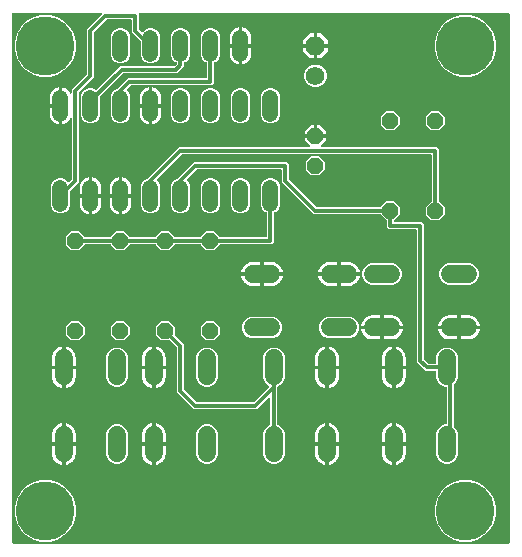
<source format=gbr>
G04 EAGLE Gerber RS-274X export*
G75*
%MOMM*%
%FSLAX34Y34*%
%LPD*%
%INBottom Copper*%
%IPPOS*%
%AMOC8*
5,1,8,0,0,1.08239X$1,22.5*%
G01*
%ADD10P,1.429621X8X112.500000*%
%ADD11P,1.704548X8X112.500000*%
%ADD12C,1.574800*%
%ADD13C,1.320800*%
%ADD14C,1.524000*%
%ADD15C,5.000000*%
%ADD16C,0.304800*%

G36*
X430298Y-27936D02*
X430298Y-27936D01*
X430317Y-27938D01*
X430419Y-27916D01*
X430521Y-27900D01*
X430538Y-27890D01*
X430558Y-27886D01*
X430647Y-27833D01*
X430738Y-27784D01*
X430752Y-27770D01*
X430769Y-27760D01*
X430836Y-27681D01*
X430908Y-27606D01*
X430916Y-27588D01*
X430929Y-27573D01*
X430968Y-27477D01*
X431011Y-27383D01*
X431013Y-27363D01*
X431021Y-27345D01*
X431039Y-27178D01*
X431039Y420778D01*
X431036Y420798D01*
X431038Y420817D01*
X431016Y420919D01*
X431000Y421021D01*
X430990Y421038D01*
X430986Y421058D01*
X430933Y421147D01*
X430884Y421238D01*
X430870Y421252D01*
X430860Y421269D01*
X430781Y421336D01*
X430706Y421408D01*
X430688Y421416D01*
X430673Y421429D01*
X430577Y421468D01*
X430483Y421511D01*
X430463Y421513D01*
X430445Y421521D01*
X430278Y421539D01*
X118010Y421539D01*
X117939Y421528D01*
X117868Y421526D01*
X117819Y421508D01*
X117767Y421500D01*
X117704Y421466D01*
X117637Y421441D01*
X117596Y421409D01*
X117550Y421384D01*
X117501Y421332D01*
X117445Y421288D01*
X117416Y421244D01*
X117381Y421206D01*
X117350Y421141D01*
X117312Y421081D01*
X117299Y421030D01*
X117277Y420983D01*
X117269Y420912D01*
X117252Y420842D01*
X117256Y420790D01*
X117250Y420739D01*
X117265Y420669D01*
X117271Y420597D01*
X117291Y420549D01*
X117302Y420498D01*
X117339Y420437D01*
X117349Y420414D01*
X117349Y407978D01*
X117363Y407888D01*
X117371Y407797D01*
X117383Y407767D01*
X117388Y407735D01*
X117431Y407655D01*
X117467Y407571D01*
X117493Y407539D01*
X117504Y407518D01*
X117527Y407496D01*
X117572Y407440D01*
X119568Y405444D01*
X119584Y405432D01*
X119596Y405417D01*
X119684Y405361D01*
X119767Y405300D01*
X119786Y405295D01*
X119803Y405284D01*
X119904Y405258D01*
X120002Y405228D01*
X120022Y405229D01*
X120042Y405224D01*
X120145Y405232D01*
X120248Y405234D01*
X120267Y405241D01*
X120287Y405243D01*
X120382Y405283D01*
X120479Y405319D01*
X120495Y405331D01*
X120513Y405339D01*
X120644Y405444D01*
X122395Y407195D01*
X125383Y408433D01*
X128617Y408433D01*
X131605Y407195D01*
X133891Y404909D01*
X135129Y401921D01*
X135129Y385479D01*
X133891Y382491D01*
X131605Y380205D01*
X128617Y378967D01*
X125383Y378967D01*
X122395Y380205D01*
X120109Y382491D01*
X118871Y385479D01*
X118871Y397202D01*
X118857Y397292D01*
X118849Y397383D01*
X118837Y397413D01*
X118832Y397445D01*
X118789Y397525D01*
X118753Y397609D01*
X118727Y397641D01*
X118716Y397662D01*
X118693Y397684D01*
X118648Y397740D01*
X111251Y405137D01*
X111251Y415290D01*
X111248Y415310D01*
X111250Y415329D01*
X111228Y415431D01*
X111212Y415533D01*
X111202Y415550D01*
X111198Y415570D01*
X111145Y415659D01*
X111096Y415750D01*
X111082Y415764D01*
X111072Y415781D01*
X110993Y415848D01*
X110918Y415920D01*
X110900Y415928D01*
X110885Y415941D01*
X110789Y415980D01*
X110695Y416023D01*
X110675Y416025D01*
X110657Y416033D01*
X110490Y416051D01*
X90478Y416051D01*
X90388Y416037D01*
X90297Y416029D01*
X90267Y416017D01*
X90235Y416012D01*
X90155Y415969D01*
X90071Y415933D01*
X90039Y415907D01*
X90018Y415896D01*
X89996Y415873D01*
X89940Y415828D01*
X79472Y405360D01*
X79419Y405286D01*
X79359Y405217D01*
X79347Y405187D01*
X79328Y405160D01*
X79301Y405073D01*
X79267Y404989D01*
X79263Y404948D01*
X79256Y404925D01*
X79257Y404893D01*
X79249Y404822D01*
X79249Y367037D01*
X66772Y354560D01*
X66719Y354486D01*
X66659Y354417D01*
X66647Y354387D01*
X66628Y354360D01*
X66601Y354273D01*
X66567Y354189D01*
X66563Y354148D01*
X66556Y354125D01*
X66557Y354093D01*
X66549Y354022D01*
X66549Y278137D01*
X64540Y276128D01*
X59152Y270740D01*
X59099Y270666D01*
X59039Y270597D01*
X59027Y270567D01*
X59008Y270540D01*
X58981Y270453D01*
X58947Y270369D01*
X58943Y270328D01*
X58936Y270305D01*
X58937Y270273D01*
X58929Y270202D01*
X58929Y258479D01*
X57691Y255491D01*
X55405Y253205D01*
X52417Y251967D01*
X49183Y251967D01*
X46195Y253205D01*
X43909Y255491D01*
X42671Y258479D01*
X42671Y274921D01*
X43909Y277909D01*
X46195Y280195D01*
X49183Y281433D01*
X52417Y281433D01*
X55405Y280195D01*
X57156Y278444D01*
X57172Y278432D01*
X57184Y278417D01*
X57272Y278361D01*
X57356Y278300D01*
X57375Y278295D01*
X57391Y278284D01*
X57492Y278258D01*
X57591Y278228D01*
X57611Y278229D01*
X57630Y278224D01*
X57733Y278232D01*
X57837Y278234D01*
X57855Y278241D01*
X57875Y278243D01*
X57970Y278283D01*
X58068Y278319D01*
X58083Y278331D01*
X58101Y278339D01*
X58232Y278444D01*
X60228Y280440D01*
X60281Y280514D01*
X60341Y280583D01*
X60353Y280613D01*
X60372Y280640D01*
X60399Y280727D01*
X60433Y280811D01*
X60437Y280852D01*
X60444Y280875D01*
X60443Y280907D01*
X60451Y280978D01*
X60451Y331873D01*
X60436Y331969D01*
X60426Y332066D01*
X60416Y332090D01*
X60412Y332116D01*
X60366Y332202D01*
X60326Y332291D01*
X60309Y332310D01*
X60296Y332333D01*
X60226Y332400D01*
X60160Y332472D01*
X60137Y332484D01*
X60118Y332502D01*
X60030Y332543D01*
X59944Y332590D01*
X59919Y332595D01*
X59895Y332606D01*
X59798Y332617D01*
X59702Y332634D01*
X59676Y332630D01*
X59651Y332633D01*
X59555Y332612D01*
X59459Y332598D01*
X59436Y332586D01*
X59410Y332581D01*
X59327Y332531D01*
X59240Y332487D01*
X59221Y332468D01*
X59199Y332455D01*
X59136Y332381D01*
X59068Y332311D01*
X59052Y332283D01*
X59039Y332268D01*
X59027Y332237D01*
X58987Y332164D01*
X58904Y331964D01*
X57903Y330466D01*
X56630Y329193D01*
X55132Y328192D01*
X53467Y327503D01*
X52323Y327275D01*
X52323Y342138D01*
X52320Y342158D01*
X52322Y342177D01*
X52300Y342279D01*
X52283Y342381D01*
X52274Y342398D01*
X52270Y342418D01*
X52217Y342507D01*
X52168Y342598D01*
X52154Y342612D01*
X52144Y342629D01*
X52065Y342696D01*
X51990Y342767D01*
X51972Y342776D01*
X51957Y342789D01*
X51861Y342827D01*
X51767Y342871D01*
X51747Y342873D01*
X51729Y342881D01*
X51562Y342899D01*
X50799Y342899D01*
X50799Y342901D01*
X51562Y342901D01*
X51582Y342904D01*
X51601Y342902D01*
X51703Y342924D01*
X51805Y342941D01*
X51822Y342950D01*
X51842Y342954D01*
X51931Y343007D01*
X52022Y343056D01*
X52036Y343070D01*
X52053Y343080D01*
X52120Y343159D01*
X52191Y343234D01*
X52200Y343252D01*
X52213Y343267D01*
X52252Y343363D01*
X52295Y343457D01*
X52297Y343477D01*
X52305Y343495D01*
X52323Y343662D01*
X52323Y358525D01*
X53467Y358297D01*
X55132Y357608D01*
X56630Y356607D01*
X57903Y355334D01*
X58904Y353836D01*
X58987Y353636D01*
X59038Y353553D01*
X59084Y353467D01*
X59102Y353449D01*
X59116Y353427D01*
X59191Y353365D01*
X59262Y353298D01*
X59286Y353287D01*
X59306Y353270D01*
X59397Y353235D01*
X59485Y353194D01*
X59511Y353191D01*
X59535Y353182D01*
X59633Y353178D01*
X59729Y353167D01*
X59755Y353172D01*
X59781Y353171D01*
X59875Y353199D01*
X59970Y353219D01*
X59992Y353233D01*
X60017Y353240D01*
X60097Y353295D01*
X60181Y353345D01*
X60198Y353365D01*
X60219Y353380D01*
X60278Y353458D01*
X60341Y353532D01*
X60351Y353557D01*
X60366Y353578D01*
X60396Y353670D01*
X60433Y353760D01*
X60436Y353793D01*
X60442Y353811D01*
X60442Y353844D01*
X60451Y353927D01*
X60451Y356863D01*
X72928Y369340D01*
X72981Y369414D01*
X73041Y369483D01*
X73053Y369513D01*
X73072Y369540D01*
X73099Y369627D01*
X73133Y369711D01*
X73137Y369752D01*
X73144Y369775D01*
X73143Y369807D01*
X73151Y369878D01*
X73151Y407663D01*
X75160Y409672D01*
X85728Y420240D01*
X85770Y420298D01*
X85819Y420350D01*
X85841Y420397D01*
X85872Y420439D01*
X85893Y420508D01*
X85923Y420573D01*
X85929Y420625D01*
X85944Y420675D01*
X85942Y420746D01*
X85950Y420817D01*
X85939Y420868D01*
X85938Y420920D01*
X85913Y420988D01*
X85898Y421058D01*
X85871Y421103D01*
X85853Y421151D01*
X85808Y421207D01*
X85772Y421269D01*
X85732Y421303D01*
X85700Y421343D01*
X85639Y421382D01*
X85585Y421429D01*
X85536Y421448D01*
X85493Y421476D01*
X85423Y421494D01*
X85357Y421521D01*
X85285Y421529D01*
X85254Y421537D01*
X85231Y421535D01*
X85190Y421539D01*
X10922Y421539D01*
X10902Y421536D01*
X10883Y421538D01*
X10781Y421516D01*
X10679Y421500D01*
X10662Y421490D01*
X10642Y421486D01*
X10553Y421433D01*
X10462Y421384D01*
X10448Y421370D01*
X10431Y421360D01*
X10364Y421281D01*
X10292Y421206D01*
X10284Y421188D01*
X10271Y421173D01*
X10232Y421077D01*
X10189Y420983D01*
X10187Y420963D01*
X10179Y420945D01*
X10161Y420778D01*
X10161Y-27178D01*
X10164Y-27198D01*
X10162Y-27217D01*
X10184Y-27319D01*
X10200Y-27421D01*
X10210Y-27438D01*
X10214Y-27458D01*
X10267Y-27547D01*
X10316Y-27638D01*
X10330Y-27652D01*
X10340Y-27669D01*
X10419Y-27736D01*
X10494Y-27808D01*
X10512Y-27816D01*
X10527Y-27829D01*
X10623Y-27868D01*
X10717Y-27911D01*
X10737Y-27913D01*
X10755Y-27921D01*
X10922Y-27939D01*
X430278Y-27939D01*
X430298Y-27936D01*
G37*
%LPC*%
G36*
X376387Y39623D02*
X376387Y39623D01*
X373026Y41015D01*
X370453Y43588D01*
X369061Y46949D01*
X369061Y65827D01*
X370453Y69188D01*
X373026Y71761D01*
X376387Y73153D01*
X377190Y73153D01*
X377210Y73156D01*
X377229Y73154D01*
X377331Y73176D01*
X377433Y73192D01*
X377450Y73202D01*
X377470Y73206D01*
X377559Y73259D01*
X377650Y73308D01*
X377664Y73322D01*
X377681Y73332D01*
X377748Y73411D01*
X377820Y73486D01*
X377828Y73504D01*
X377841Y73519D01*
X377880Y73615D01*
X377923Y73709D01*
X377925Y73729D01*
X377933Y73747D01*
X377951Y73914D01*
X377951Y103886D01*
X377948Y103906D01*
X377950Y103925D01*
X377928Y104027D01*
X377912Y104129D01*
X377902Y104146D01*
X377898Y104166D01*
X377845Y104255D01*
X377796Y104346D01*
X377782Y104360D01*
X377772Y104377D01*
X377693Y104444D01*
X377618Y104516D01*
X377600Y104524D01*
X377585Y104537D01*
X377489Y104576D01*
X377395Y104619D01*
X377375Y104621D01*
X377357Y104629D01*
X377190Y104647D01*
X376387Y104647D01*
X373026Y106039D01*
X370453Y108612D01*
X369061Y111973D01*
X369061Y117602D01*
X369058Y117622D01*
X369060Y117641D01*
X369038Y117743D01*
X369022Y117845D01*
X369012Y117862D01*
X369008Y117882D01*
X368955Y117971D01*
X368906Y118062D01*
X368892Y118076D01*
X368882Y118093D01*
X368803Y118160D01*
X368728Y118232D01*
X368710Y118240D01*
X368695Y118253D01*
X368599Y118292D01*
X368505Y118335D01*
X368485Y118337D01*
X368467Y118345D01*
X368300Y118363D01*
X359925Y118363D01*
X352551Y125737D01*
X352551Y237490D01*
X352548Y237510D01*
X352550Y237529D01*
X352528Y237631D01*
X352512Y237733D01*
X352502Y237750D01*
X352498Y237770D01*
X352445Y237859D01*
X352396Y237950D01*
X352382Y237964D01*
X352372Y237981D01*
X352293Y238048D01*
X352218Y238120D01*
X352200Y238128D01*
X352185Y238141D01*
X352089Y238180D01*
X351995Y238223D01*
X351975Y238225D01*
X351957Y238233D01*
X351790Y238251D01*
X328937Y238251D01*
X327151Y240037D01*
X327151Y245238D01*
X327137Y245328D01*
X327129Y245419D01*
X327117Y245448D01*
X327112Y245480D01*
X327069Y245561D01*
X327033Y245645D01*
X327007Y245677D01*
X326996Y245698D01*
X326973Y245720D01*
X326928Y245776D01*
X321976Y250728D01*
X321902Y250781D01*
X321833Y250841D01*
X321802Y250853D01*
X321776Y250872D01*
X321689Y250899D01*
X321604Y250933D01*
X321563Y250937D01*
X321541Y250944D01*
X321509Y250943D01*
X321438Y250951D01*
X265437Y250951D01*
X238251Y278137D01*
X238251Y288290D01*
X238248Y288310D01*
X238250Y288329D01*
X238228Y288431D01*
X238212Y288533D01*
X238202Y288550D01*
X238198Y288570D01*
X238145Y288659D01*
X238096Y288750D01*
X238082Y288764D01*
X238072Y288781D01*
X237993Y288848D01*
X237918Y288920D01*
X237900Y288928D01*
X237885Y288941D01*
X237789Y288980D01*
X237695Y289023D01*
X237675Y289025D01*
X237657Y289033D01*
X237490Y289051D01*
X166678Y289051D01*
X166588Y289037D01*
X166497Y289029D01*
X166467Y289017D01*
X166435Y289012D01*
X166355Y288969D01*
X166271Y288933D01*
X166239Y288907D01*
X166218Y288896D01*
X166196Y288873D01*
X166140Y288828D01*
X157794Y280482D01*
X157782Y280466D01*
X157767Y280454D01*
X157711Y280366D01*
X157650Y280283D01*
X157645Y280264D01*
X157634Y280247D01*
X157608Y280146D01*
X157578Y280048D01*
X157579Y280028D01*
X157574Y280008D01*
X157582Y279905D01*
X157584Y279802D01*
X157591Y279783D01*
X157593Y279763D01*
X157633Y279668D01*
X157669Y279571D01*
X157681Y279555D01*
X157689Y279537D01*
X157794Y279406D01*
X159291Y277909D01*
X160529Y274921D01*
X160529Y258479D01*
X159291Y255491D01*
X157005Y253205D01*
X154017Y251967D01*
X150783Y251967D01*
X147795Y253205D01*
X145509Y255491D01*
X144271Y258479D01*
X144271Y274921D01*
X145509Y277909D01*
X147795Y280195D01*
X149513Y280907D01*
X149569Y280941D01*
X149629Y280967D01*
X149694Y281019D01*
X149722Y281036D01*
X149735Y281051D01*
X149760Y281072D01*
X151360Y282672D01*
X163837Y295149D01*
X242563Y295149D01*
X244349Y293363D01*
X244349Y280978D01*
X244363Y280888D01*
X244371Y280797D01*
X244383Y280767D01*
X244388Y280735D01*
X244431Y280655D01*
X244467Y280571D01*
X244493Y280539D01*
X244504Y280518D01*
X244527Y280496D01*
X244572Y280440D01*
X267740Y257272D01*
X267814Y257219D01*
X267883Y257159D01*
X267913Y257147D01*
X267940Y257128D01*
X268027Y257101D01*
X268111Y257067D01*
X268152Y257063D01*
X268175Y257056D01*
X268207Y257057D01*
X268278Y257049D01*
X321438Y257049D01*
X321528Y257063D01*
X321619Y257071D01*
X321648Y257083D01*
X321680Y257088D01*
X321761Y257131D01*
X321845Y257167D01*
X321877Y257193D01*
X321898Y257204D01*
X321920Y257227D01*
X321976Y257272D01*
X326833Y262129D01*
X333567Y262129D01*
X338329Y257367D01*
X338329Y250633D01*
X333472Y245776D01*
X333419Y245702D01*
X333359Y245633D01*
X333347Y245602D01*
X333328Y245576D01*
X333301Y245489D01*
X333267Y245404D01*
X333263Y245363D01*
X333256Y245341D01*
X333257Y245309D01*
X333249Y245238D01*
X333249Y245110D01*
X333252Y245090D01*
X333250Y245071D01*
X333272Y244969D01*
X333288Y244867D01*
X333298Y244850D01*
X333302Y244830D01*
X333355Y244741D01*
X333404Y244650D01*
X333418Y244636D01*
X333428Y244619D01*
X333507Y244552D01*
X333582Y244480D01*
X333600Y244472D01*
X333615Y244459D01*
X333711Y244420D01*
X333805Y244377D01*
X333825Y244375D01*
X333843Y244367D01*
X334010Y244349D01*
X356863Y244349D01*
X358649Y242563D01*
X358649Y128578D01*
X358663Y128488D01*
X358671Y128397D01*
X358683Y128367D01*
X358688Y128335D01*
X358731Y128255D01*
X358767Y128171D01*
X358793Y128139D01*
X358804Y128118D01*
X358827Y128096D01*
X358872Y128040D01*
X362228Y124684D01*
X362302Y124631D01*
X362371Y124571D01*
X362401Y124559D01*
X362428Y124540D01*
X362515Y124513D01*
X362599Y124479D01*
X362640Y124475D01*
X362663Y124468D01*
X362695Y124469D01*
X362766Y124461D01*
X368300Y124461D01*
X368320Y124464D01*
X368339Y124462D01*
X368441Y124484D01*
X368543Y124500D01*
X368560Y124510D01*
X368580Y124514D01*
X368669Y124567D01*
X368760Y124616D01*
X368774Y124630D01*
X368791Y124640D01*
X368858Y124719D01*
X368930Y124794D01*
X368938Y124812D01*
X368951Y124827D01*
X368990Y124923D01*
X369033Y125017D01*
X369035Y125037D01*
X369043Y125055D01*
X369061Y125222D01*
X369061Y130851D01*
X370453Y134212D01*
X373026Y136785D01*
X376387Y138177D01*
X380025Y138177D01*
X383386Y136785D01*
X385959Y134212D01*
X387351Y130851D01*
X387351Y111973D01*
X385959Y108612D01*
X384272Y106925D01*
X384219Y106851D01*
X384159Y106782D01*
X384147Y106752D01*
X384128Y106725D01*
X384101Y106638D01*
X384067Y106554D01*
X384063Y106513D01*
X384056Y106490D01*
X384057Y106458D01*
X384049Y106387D01*
X384049Y71413D01*
X384063Y71323D01*
X384071Y71232D01*
X384083Y71202D01*
X384088Y71170D01*
X384131Y71090D01*
X384167Y71006D01*
X384193Y70974D01*
X384204Y70953D01*
X384227Y70931D01*
X384272Y70875D01*
X385959Y69188D01*
X387351Y65827D01*
X387351Y46949D01*
X385959Y43588D01*
X383386Y41015D01*
X380025Y39623D01*
X376387Y39623D01*
G37*
%LPD*%
%LPC*%
G36*
X364933Y245871D02*
X364933Y245871D01*
X360171Y250633D01*
X360171Y257367D01*
X365028Y262224D01*
X365081Y262298D01*
X365141Y262367D01*
X365153Y262398D01*
X365172Y262424D01*
X365199Y262511D01*
X365233Y262596D01*
X365237Y262637D01*
X365244Y262659D01*
X365243Y262691D01*
X365251Y262762D01*
X365251Y300990D01*
X365248Y301010D01*
X365250Y301029D01*
X365228Y301131D01*
X365212Y301233D01*
X365202Y301250D01*
X365198Y301270D01*
X365145Y301359D01*
X365096Y301450D01*
X365082Y301464D01*
X365072Y301481D01*
X364993Y301548D01*
X364918Y301620D01*
X364900Y301628D01*
X364885Y301641D01*
X364789Y301680D01*
X364695Y301723D01*
X364675Y301725D01*
X364657Y301733D01*
X364490Y301751D01*
X153978Y301751D01*
X153888Y301737D01*
X153797Y301729D01*
X153767Y301717D01*
X153735Y301712D01*
X153655Y301669D01*
X153571Y301633D01*
X153539Y301607D01*
X153518Y301596D01*
X153496Y301573D01*
X153440Y301528D01*
X132394Y280482D01*
X132382Y280466D01*
X132367Y280454D01*
X132311Y280366D01*
X132250Y280283D01*
X132245Y280264D01*
X132234Y280247D01*
X132208Y280146D01*
X132178Y280048D01*
X132179Y280028D01*
X132174Y280008D01*
X132182Y279905D01*
X132184Y279802D01*
X132191Y279783D01*
X132193Y279763D01*
X132233Y279668D01*
X132269Y279571D01*
X132281Y279555D01*
X132289Y279537D01*
X132394Y279406D01*
X133891Y277909D01*
X135129Y274921D01*
X135129Y258479D01*
X133891Y255491D01*
X131605Y253205D01*
X128617Y251967D01*
X125383Y251967D01*
X122395Y253205D01*
X120109Y255491D01*
X118871Y258479D01*
X118871Y274921D01*
X120109Y277909D01*
X122395Y280195D01*
X124113Y280907D01*
X124169Y280941D01*
X124229Y280967D01*
X124294Y281019D01*
X124322Y281036D01*
X124335Y281051D01*
X124360Y281072D01*
X125960Y282672D01*
X151137Y307849D01*
X261581Y307849D01*
X261652Y307860D01*
X261723Y307862D01*
X261772Y307880D01*
X261824Y307888D01*
X261887Y307922D01*
X261954Y307947D01*
X261995Y307979D01*
X262041Y308004D01*
X262090Y308056D01*
X262146Y308100D01*
X262175Y308144D01*
X262210Y308182D01*
X262241Y308247D01*
X262279Y308307D01*
X262292Y308358D01*
X262314Y308405D01*
X262322Y308476D01*
X262339Y308546D01*
X262335Y308598D01*
X262341Y308649D01*
X262326Y308720D01*
X262320Y308791D01*
X262300Y308839D01*
X262289Y308890D01*
X262252Y308951D01*
X262224Y309017D01*
X262179Y309073D01*
X262163Y309101D01*
X262145Y309116D01*
X262119Y309148D01*
X257555Y313712D01*
X257555Y315977D01*
X265938Y315977D01*
X265958Y315980D01*
X265977Y315978D01*
X266079Y316000D01*
X266181Y316017D01*
X266198Y316026D01*
X266218Y316030D01*
X266307Y316083D01*
X266398Y316132D01*
X266412Y316146D01*
X266429Y316156D01*
X266496Y316235D01*
X266567Y316310D01*
X266576Y316328D01*
X266589Y316343D01*
X266627Y316439D01*
X266671Y316533D01*
X266673Y316553D01*
X266681Y316571D01*
X266699Y316738D01*
X266699Y317501D01*
X266701Y317501D01*
X266701Y316738D01*
X266704Y316718D01*
X266702Y316699D01*
X266724Y316597D01*
X266741Y316495D01*
X266750Y316478D01*
X266754Y316458D01*
X266807Y316369D01*
X266856Y316278D01*
X266870Y316264D01*
X266880Y316247D01*
X266959Y316180D01*
X267034Y316109D01*
X267052Y316100D01*
X267067Y316087D01*
X267163Y316048D01*
X267257Y316005D01*
X267277Y316003D01*
X267295Y315995D01*
X267462Y315977D01*
X275845Y315977D01*
X275845Y313712D01*
X271281Y309148D01*
X271239Y309090D01*
X271190Y309038D01*
X271168Y308991D01*
X271137Y308949D01*
X271116Y308880D01*
X271086Y308815D01*
X271080Y308763D01*
X271065Y308713D01*
X271067Y308642D01*
X271059Y308571D01*
X271070Y308520D01*
X271071Y308468D01*
X271096Y308400D01*
X271111Y308330D01*
X271138Y308285D01*
X271156Y308237D01*
X271201Y308181D01*
X271237Y308119D01*
X271277Y308085D01*
X271309Y308045D01*
X271370Y308006D01*
X271424Y307959D01*
X271473Y307940D01*
X271516Y307912D01*
X271586Y307894D01*
X271652Y307867D01*
X271724Y307859D01*
X271755Y307851D01*
X271778Y307853D01*
X271819Y307849D01*
X369563Y307849D01*
X371349Y306063D01*
X371349Y262762D01*
X371363Y262672D01*
X371371Y262581D01*
X371383Y262552D01*
X371388Y262520D01*
X371431Y262439D01*
X371467Y262355D01*
X371493Y262323D01*
X371504Y262302D01*
X371527Y262280D01*
X371572Y262224D01*
X376429Y257367D01*
X376429Y250633D01*
X371667Y245871D01*
X364933Y245871D01*
G37*
%LPD*%
%LPC*%
G36*
X229575Y39623D02*
X229575Y39623D01*
X226214Y41015D01*
X223641Y43588D01*
X222249Y46949D01*
X222249Y65827D01*
X223641Y69188D01*
X226214Y71761D01*
X227875Y72449D01*
X227975Y72510D01*
X228075Y72570D01*
X228079Y72575D01*
X228084Y72578D01*
X228159Y72668D01*
X228235Y72757D01*
X228237Y72763D01*
X228241Y72768D01*
X228283Y72876D01*
X228327Y72985D01*
X228328Y72993D01*
X228329Y72997D01*
X228330Y73016D01*
X228345Y73152D01*
X228345Y95196D01*
X228334Y95267D01*
X228332Y95338D01*
X228314Y95387D01*
X228306Y95439D01*
X228272Y95502D01*
X228247Y95569D01*
X228215Y95610D01*
X228190Y95656D01*
X228139Y95705D01*
X228094Y95761D01*
X228050Y95790D01*
X228012Y95825D01*
X227947Y95856D01*
X227887Y95894D01*
X227836Y95907D01*
X227789Y95929D01*
X227718Y95937D01*
X227648Y95954D01*
X227596Y95950D01*
X227545Y95956D01*
X227474Y95941D01*
X227403Y95935D01*
X227355Y95915D01*
X227304Y95904D01*
X227243Y95867D01*
X227177Y95839D01*
X227121Y95794D01*
X227093Y95778D01*
X227078Y95760D01*
X227046Y95734D01*
X219172Y87860D01*
X217163Y85851D01*
X163837Y85851D01*
X149351Y100337D01*
X149351Y138122D01*
X149337Y138212D01*
X149329Y138303D01*
X149317Y138333D01*
X149312Y138365D01*
X149269Y138445D01*
X149233Y138529D01*
X149207Y138561D01*
X149196Y138582D01*
X149173Y138604D01*
X149128Y138660D01*
X143740Y144048D01*
X143666Y144101D01*
X143597Y144161D01*
X143567Y144173D01*
X143540Y144192D01*
X143453Y144219D01*
X143369Y144253D01*
X143328Y144257D01*
X143305Y144264D01*
X143273Y144263D01*
X143202Y144271D01*
X136333Y144271D01*
X131571Y149033D01*
X131571Y155767D01*
X136333Y160529D01*
X143067Y160529D01*
X147829Y155767D01*
X147829Y148898D01*
X147843Y148808D01*
X147851Y148717D01*
X147863Y148687D01*
X147868Y148655D01*
X147911Y148575D01*
X147947Y148491D01*
X147973Y148459D01*
X147984Y148438D01*
X148007Y148416D01*
X148052Y148360D01*
X153440Y142972D01*
X155449Y140963D01*
X155449Y103178D01*
X155463Y103088D01*
X155471Y102997D01*
X155483Y102967D01*
X155488Y102935D01*
X155531Y102855D01*
X155567Y102771D01*
X155593Y102739D01*
X155604Y102718D01*
X155627Y102696D01*
X155672Y102640D01*
X166140Y92172D01*
X166214Y92119D01*
X166283Y92059D01*
X166313Y92047D01*
X166340Y92028D01*
X166427Y92001D01*
X166511Y91967D01*
X166552Y91963D01*
X166575Y91956D01*
X166607Y91957D01*
X166678Y91949D01*
X214322Y91949D01*
X214412Y91963D01*
X214503Y91971D01*
X214533Y91983D01*
X214565Y91988D01*
X214645Y92031D01*
X214729Y92067D01*
X214761Y92093D01*
X214782Y92104D01*
X214804Y92127D01*
X214860Y92172D01*
X227186Y104498D01*
X227213Y104535D01*
X227247Y104566D01*
X227284Y104634D01*
X227330Y104697D01*
X227343Y104741D01*
X227365Y104781D01*
X227379Y104858D01*
X227402Y104932D01*
X227401Y104978D01*
X227409Y105023D01*
X227398Y105100D01*
X227396Y105178D01*
X227380Y105221D01*
X227373Y105267D01*
X227338Y105336D01*
X227311Y105409D01*
X227282Y105445D01*
X227262Y105486D01*
X227206Y105541D01*
X227157Y105601D01*
X227119Y105626D01*
X227086Y105658D01*
X226966Y105724D01*
X226950Y105734D01*
X226946Y105736D01*
X226939Y105739D01*
X226214Y106039D01*
X223641Y108612D01*
X222249Y111973D01*
X222249Y130851D01*
X223641Y134212D01*
X226214Y136785D01*
X229575Y138177D01*
X233213Y138177D01*
X236574Y136785D01*
X239147Y134212D01*
X240539Y130851D01*
X240539Y111973D01*
X239147Y108612D01*
X236574Y106039D01*
X234913Y105351D01*
X234813Y105290D01*
X234713Y105230D01*
X234709Y105225D01*
X234704Y105222D01*
X234629Y105132D01*
X234553Y105043D01*
X234551Y105037D01*
X234547Y105032D01*
X234505Y104924D01*
X234461Y104815D01*
X234460Y104807D01*
X234459Y104803D01*
X234458Y104784D01*
X234443Y104648D01*
X234443Y73152D01*
X234462Y73037D01*
X234479Y72921D01*
X234481Y72915D01*
X234482Y72909D01*
X234537Y72807D01*
X234590Y72702D01*
X234595Y72697D01*
X234598Y72692D01*
X234682Y72612D01*
X234766Y72530D01*
X234772Y72526D01*
X234776Y72523D01*
X234793Y72515D01*
X234913Y72449D01*
X236574Y71761D01*
X239147Y69188D01*
X240539Y65827D01*
X240539Y46949D01*
X239147Y43588D01*
X236574Y41015D01*
X233213Y39623D01*
X229575Y39623D01*
G37*
%LPD*%
%LPC*%
G36*
X390256Y367537D02*
X390256Y367537D01*
X383602Y369320D01*
X377636Y372765D01*
X372765Y377636D01*
X369320Y383602D01*
X367537Y390256D01*
X367537Y397144D01*
X369320Y403798D01*
X372765Y409764D01*
X377636Y414635D01*
X383602Y418080D01*
X390256Y419863D01*
X397144Y419863D01*
X403798Y418080D01*
X409764Y414635D01*
X414635Y409764D01*
X418080Y403798D01*
X419863Y397144D01*
X419863Y390256D01*
X418080Y383602D01*
X414635Y377636D01*
X409764Y372765D01*
X403798Y369320D01*
X397144Y367537D01*
X390256Y367537D01*
G37*
%LPD*%
%LPC*%
G36*
X34656Y367537D02*
X34656Y367537D01*
X28002Y369320D01*
X22036Y372765D01*
X17165Y377636D01*
X13720Y383602D01*
X11937Y390256D01*
X11937Y397144D01*
X13720Y403798D01*
X17165Y409764D01*
X22036Y414635D01*
X28002Y418080D01*
X34656Y419863D01*
X41544Y419863D01*
X48198Y418080D01*
X54164Y414635D01*
X59035Y409764D01*
X62480Y403798D01*
X64263Y397144D01*
X64263Y390256D01*
X62480Y383602D01*
X59035Y377636D01*
X54164Y372765D01*
X48198Y369320D01*
X41544Y367537D01*
X34656Y367537D01*
G37*
%LPD*%
%LPC*%
G36*
X34656Y-26163D02*
X34656Y-26163D01*
X28002Y-24380D01*
X22036Y-20935D01*
X17165Y-16064D01*
X13720Y-10098D01*
X11937Y-3444D01*
X11937Y3444D01*
X13720Y10098D01*
X17165Y16064D01*
X22036Y20935D01*
X28002Y24380D01*
X34656Y26163D01*
X41544Y26163D01*
X48198Y24380D01*
X54164Y20935D01*
X59035Y16064D01*
X62480Y10098D01*
X64263Y3444D01*
X64263Y-3444D01*
X62480Y-10098D01*
X59035Y-16064D01*
X54164Y-20935D01*
X48198Y-24380D01*
X41544Y-26163D01*
X34656Y-26163D01*
G37*
%LPD*%
%LPC*%
G36*
X390256Y-26163D02*
X390256Y-26163D01*
X383602Y-24380D01*
X377636Y-20935D01*
X372765Y-16064D01*
X369320Y-10098D01*
X367537Y-3444D01*
X367537Y3444D01*
X369320Y10098D01*
X372765Y16064D01*
X377636Y20935D01*
X383602Y24380D01*
X390256Y26163D01*
X397144Y26163D01*
X403798Y24380D01*
X409764Y20935D01*
X414635Y16064D01*
X418080Y10098D01*
X419863Y3444D01*
X419863Y-3444D01*
X418080Y-10098D01*
X414635Y-16064D01*
X409764Y-20935D01*
X403798Y-24380D01*
X397144Y-26163D01*
X390256Y-26163D01*
G37*
%LPD*%
%LPC*%
G36*
X60133Y220471D02*
X60133Y220471D01*
X55371Y225233D01*
X55371Y231967D01*
X60133Y236729D01*
X66867Y236729D01*
X71724Y231872D01*
X71798Y231819D01*
X71867Y231759D01*
X71898Y231747D01*
X71924Y231728D01*
X72011Y231701D01*
X72096Y231667D01*
X72137Y231663D01*
X72159Y231656D01*
X72191Y231657D01*
X72262Y231649D01*
X92838Y231649D01*
X92928Y231663D01*
X93019Y231671D01*
X93048Y231683D01*
X93080Y231688D01*
X93161Y231731D01*
X93245Y231767D01*
X93277Y231793D01*
X93298Y231804D01*
X93320Y231827D01*
X93376Y231872D01*
X98233Y236729D01*
X104967Y236729D01*
X109824Y231872D01*
X109898Y231819D01*
X109967Y231759D01*
X109998Y231747D01*
X110024Y231728D01*
X110111Y231701D01*
X110196Y231667D01*
X110237Y231663D01*
X110259Y231656D01*
X110291Y231657D01*
X110362Y231649D01*
X130938Y231649D01*
X131028Y231663D01*
X131119Y231671D01*
X131148Y231683D01*
X131180Y231688D01*
X131261Y231731D01*
X131345Y231767D01*
X131377Y231793D01*
X131398Y231804D01*
X131420Y231827D01*
X131476Y231872D01*
X136333Y236729D01*
X143067Y236729D01*
X147924Y231872D01*
X147998Y231819D01*
X148067Y231759D01*
X148098Y231747D01*
X148124Y231728D01*
X148211Y231701D01*
X148296Y231667D01*
X148337Y231663D01*
X148359Y231656D01*
X148391Y231657D01*
X148462Y231649D01*
X169038Y231649D01*
X169128Y231663D01*
X169219Y231671D01*
X169248Y231683D01*
X169280Y231688D01*
X169361Y231731D01*
X169445Y231767D01*
X169477Y231793D01*
X169498Y231804D01*
X169520Y231827D01*
X169576Y231872D01*
X174433Y236729D01*
X181167Y236729D01*
X186024Y231872D01*
X186098Y231819D01*
X186167Y231759D01*
X186198Y231747D01*
X186224Y231728D01*
X186311Y231701D01*
X186396Y231667D01*
X186437Y231663D01*
X186459Y231656D01*
X186491Y231657D01*
X186562Y231649D01*
X224790Y231649D01*
X224810Y231652D01*
X224829Y231650D01*
X224931Y231672D01*
X225033Y231688D01*
X225050Y231698D01*
X225070Y231702D01*
X225159Y231755D01*
X225250Y231804D01*
X225264Y231818D01*
X225281Y231828D01*
X225348Y231907D01*
X225420Y231982D01*
X225428Y232000D01*
X225441Y232015D01*
X225480Y232111D01*
X225523Y232205D01*
X225525Y232225D01*
X225533Y232243D01*
X225551Y232410D01*
X225551Y252052D01*
X225532Y252166D01*
X225515Y252283D01*
X225513Y252288D01*
X225512Y252294D01*
X225457Y252397D01*
X225404Y252502D01*
X225399Y252506D01*
X225396Y252512D01*
X225312Y252592D01*
X225228Y252674D01*
X225222Y252678D01*
X225218Y252681D01*
X225201Y252689D01*
X225081Y252755D01*
X223995Y253205D01*
X221709Y255491D01*
X220471Y258479D01*
X220471Y274921D01*
X221709Y277909D01*
X223995Y280195D01*
X226983Y281433D01*
X230217Y281433D01*
X233205Y280195D01*
X235491Y277909D01*
X236729Y274921D01*
X236729Y258479D01*
X235491Y255491D01*
X233205Y253205D01*
X232119Y252755D01*
X232019Y252693D01*
X231919Y252633D01*
X231915Y252629D01*
X231910Y252625D01*
X231835Y252535D01*
X231759Y252447D01*
X231757Y252441D01*
X231753Y252436D01*
X231711Y252328D01*
X231667Y252218D01*
X231666Y252211D01*
X231665Y252206D01*
X231664Y252188D01*
X231649Y252052D01*
X231649Y227337D01*
X229863Y225551D01*
X186562Y225551D01*
X186472Y225537D01*
X186381Y225529D01*
X186352Y225517D01*
X186320Y225512D01*
X186239Y225469D01*
X186155Y225433D01*
X186123Y225407D01*
X186102Y225396D01*
X186080Y225373D01*
X186024Y225328D01*
X181167Y220471D01*
X174433Y220471D01*
X169576Y225328D01*
X169502Y225381D01*
X169433Y225441D01*
X169402Y225453D01*
X169376Y225472D01*
X169289Y225499D01*
X169204Y225533D01*
X169163Y225537D01*
X169141Y225544D01*
X169109Y225543D01*
X169038Y225551D01*
X148462Y225551D01*
X148372Y225537D01*
X148281Y225529D01*
X148252Y225517D01*
X148220Y225512D01*
X148139Y225469D01*
X148055Y225433D01*
X148023Y225407D01*
X148002Y225396D01*
X147980Y225373D01*
X147924Y225328D01*
X143067Y220471D01*
X136333Y220471D01*
X131476Y225328D01*
X131402Y225381D01*
X131333Y225441D01*
X131302Y225453D01*
X131276Y225472D01*
X131189Y225499D01*
X131104Y225533D01*
X131063Y225537D01*
X131041Y225544D01*
X131009Y225543D01*
X130938Y225551D01*
X110362Y225551D01*
X110272Y225537D01*
X110181Y225529D01*
X110152Y225517D01*
X110120Y225512D01*
X110039Y225469D01*
X109955Y225433D01*
X109923Y225407D01*
X109902Y225396D01*
X109880Y225373D01*
X109824Y225328D01*
X104967Y220471D01*
X98233Y220471D01*
X93376Y225328D01*
X93302Y225381D01*
X93233Y225441D01*
X93202Y225453D01*
X93176Y225472D01*
X93089Y225499D01*
X93004Y225533D01*
X92963Y225537D01*
X92941Y225544D01*
X92909Y225543D01*
X92838Y225551D01*
X72262Y225551D01*
X72172Y225537D01*
X72081Y225529D01*
X72052Y225517D01*
X72020Y225512D01*
X71939Y225469D01*
X71855Y225433D01*
X71823Y225407D01*
X71802Y225396D01*
X71780Y225373D01*
X71724Y225328D01*
X66867Y220471D01*
X60133Y220471D01*
G37*
%LPD*%
%LPC*%
G36*
X99983Y328167D02*
X99983Y328167D01*
X96995Y329405D01*
X94709Y331691D01*
X93471Y334679D01*
X93471Y351121D01*
X94709Y354109D01*
X96995Y356395D01*
X98713Y357107D01*
X98769Y357141D01*
X98829Y357167D01*
X98894Y357219D01*
X98922Y357236D01*
X98935Y357251D01*
X98960Y357272D01*
X107957Y366269D01*
X173990Y366269D01*
X174010Y366272D01*
X174029Y366270D01*
X174131Y366292D01*
X174233Y366308D01*
X174250Y366318D01*
X174270Y366322D01*
X174359Y366375D01*
X174450Y366424D01*
X174464Y366438D01*
X174481Y366448D01*
X174548Y366527D01*
X174620Y366602D01*
X174628Y366620D01*
X174641Y366635D01*
X174680Y366731D01*
X174723Y366825D01*
X174725Y366845D01*
X174733Y366863D01*
X174751Y367030D01*
X174751Y379052D01*
X174732Y379166D01*
X174715Y379283D01*
X174713Y379288D01*
X174712Y379294D01*
X174657Y379397D01*
X174604Y379502D01*
X174599Y379506D01*
X174596Y379512D01*
X174512Y379592D01*
X174428Y379674D01*
X174422Y379678D01*
X174418Y379681D01*
X174401Y379689D01*
X174281Y379755D01*
X173195Y380205D01*
X170909Y382491D01*
X169671Y385479D01*
X169671Y401921D01*
X170909Y404909D01*
X173195Y407195D01*
X176183Y408433D01*
X179417Y408433D01*
X182405Y407195D01*
X184691Y404909D01*
X185929Y401921D01*
X185929Y385479D01*
X184691Y382491D01*
X182405Y380205D01*
X181319Y379755D01*
X181219Y379693D01*
X181119Y379633D01*
X181115Y379629D01*
X181110Y379625D01*
X181035Y379535D01*
X180959Y379447D01*
X180957Y379441D01*
X180953Y379436D01*
X180911Y379328D01*
X180867Y379218D01*
X180866Y379211D01*
X180865Y379206D01*
X180864Y379188D01*
X180849Y379052D01*
X180849Y361957D01*
X179063Y360171D01*
X110798Y360171D01*
X110708Y360157D01*
X110617Y360149D01*
X110587Y360137D01*
X110555Y360132D01*
X110475Y360089D01*
X110391Y360053D01*
X110359Y360027D01*
X110338Y360016D01*
X110316Y359993D01*
X110260Y359948D01*
X106994Y356682D01*
X106982Y356666D01*
X106967Y356654D01*
X106911Y356567D01*
X106850Y356483D01*
X106845Y356464D01*
X106834Y356447D01*
X106808Y356346D01*
X106778Y356248D01*
X106779Y356228D01*
X106774Y356208D01*
X106782Y356105D01*
X106784Y356002D01*
X106791Y355983D01*
X106793Y355963D01*
X106833Y355868D01*
X106869Y355771D01*
X106881Y355755D01*
X106889Y355737D01*
X106994Y355606D01*
X108491Y354109D01*
X109729Y351121D01*
X109729Y334679D01*
X108491Y331691D01*
X106205Y329405D01*
X103217Y328167D01*
X99983Y328167D01*
G37*
%LPD*%
%LPC*%
G36*
X74583Y328167D02*
X74583Y328167D01*
X71595Y329405D01*
X69309Y331691D01*
X68071Y334679D01*
X68071Y351121D01*
X69309Y354109D01*
X71595Y356395D01*
X74583Y357633D01*
X77817Y357633D01*
X80878Y356365D01*
X80992Y356338D01*
X81106Y356309D01*
X81112Y356310D01*
X81118Y356308D01*
X81235Y356319D01*
X81351Y356328D01*
X81356Y356331D01*
X81363Y356332D01*
X81470Y356379D01*
X81577Y356425D01*
X81583Y356429D01*
X81588Y356432D01*
X81601Y356444D01*
X81708Y356530D01*
X101607Y376429D01*
X147012Y376429D01*
X147102Y376443D01*
X147193Y376451D01*
X147223Y376463D01*
X147255Y376468D01*
X147335Y376511D01*
X147419Y376547D01*
X147451Y376573D01*
X147472Y376584D01*
X147494Y376607D01*
X147550Y376652D01*
X149128Y378230D01*
X149181Y378304D01*
X149241Y378373D01*
X149253Y378403D01*
X149272Y378430D01*
X149299Y378517D01*
X149333Y378601D01*
X149337Y378642D01*
X149344Y378665D01*
X149343Y378697D01*
X149351Y378768D01*
X149351Y379052D01*
X149332Y379166D01*
X149315Y379283D01*
X149313Y379288D01*
X149312Y379294D01*
X149257Y379397D01*
X149204Y379502D01*
X149199Y379506D01*
X149196Y379512D01*
X149112Y379592D01*
X149028Y379674D01*
X149022Y379678D01*
X149018Y379681D01*
X149001Y379689D01*
X148881Y379755D01*
X147795Y380205D01*
X145509Y382491D01*
X144271Y385479D01*
X144271Y401921D01*
X145509Y404909D01*
X147795Y407195D01*
X150783Y408433D01*
X154017Y408433D01*
X157005Y407195D01*
X159291Y404909D01*
X160529Y401921D01*
X160529Y385479D01*
X159291Y382491D01*
X157005Y380205D01*
X155919Y379755D01*
X155819Y379693D01*
X155719Y379633D01*
X155715Y379629D01*
X155710Y379625D01*
X155635Y379535D01*
X155559Y379447D01*
X155557Y379441D01*
X155553Y379436D01*
X155511Y379328D01*
X155467Y379218D01*
X155466Y379211D01*
X155465Y379206D01*
X155464Y379188D01*
X155449Y379052D01*
X155449Y375927D01*
X149853Y370331D01*
X104448Y370331D01*
X104358Y370317D01*
X104267Y370309D01*
X104237Y370297D01*
X104205Y370292D01*
X104125Y370249D01*
X104041Y370213D01*
X104009Y370187D01*
X103988Y370176D01*
X103966Y370153D01*
X103910Y370108D01*
X84552Y350750D01*
X84499Y350676D01*
X84439Y350607D01*
X84427Y350577D01*
X84408Y350550D01*
X84381Y350463D01*
X84347Y350379D01*
X84343Y350338D01*
X84336Y350315D01*
X84337Y350283D01*
X84329Y350212D01*
X84329Y334679D01*
X83091Y331691D01*
X80805Y329405D01*
X77817Y328167D01*
X74583Y328167D01*
G37*
%LPD*%
%LPC*%
G36*
X212049Y146049D02*
X212049Y146049D01*
X208688Y147441D01*
X206115Y150014D01*
X204723Y153375D01*
X204723Y157013D01*
X206115Y160374D01*
X208688Y162947D01*
X212049Y164339D01*
X230927Y164339D01*
X234288Y162947D01*
X236861Y160374D01*
X238253Y157013D01*
X238253Y153375D01*
X236861Y150014D01*
X234288Y147441D01*
X230927Y146049D01*
X212049Y146049D01*
G37*
%LPD*%
%LPC*%
G36*
X277073Y146049D02*
X277073Y146049D01*
X273712Y147441D01*
X271139Y150014D01*
X269747Y153375D01*
X269747Y157013D01*
X271139Y160374D01*
X273712Y162947D01*
X277073Y164339D01*
X295951Y164339D01*
X299312Y162947D01*
X301885Y160374D01*
X303277Y157013D01*
X303277Y153375D01*
X301885Y150014D01*
X299312Y147441D01*
X295951Y146049D01*
X277073Y146049D01*
G37*
%LPD*%
%LPC*%
G36*
X173187Y104647D02*
X173187Y104647D01*
X169826Y106039D01*
X167253Y108612D01*
X165861Y111973D01*
X165861Y130851D01*
X167253Y134212D01*
X169826Y136785D01*
X173187Y138177D01*
X176825Y138177D01*
X180186Y136785D01*
X182759Y134212D01*
X184151Y130851D01*
X184151Y111973D01*
X182759Y108612D01*
X180186Y106039D01*
X176825Y104647D01*
X173187Y104647D01*
G37*
%LPD*%
%LPC*%
G36*
X96987Y104647D02*
X96987Y104647D01*
X93626Y106039D01*
X91053Y108612D01*
X89661Y111973D01*
X89661Y130851D01*
X91053Y134212D01*
X93626Y136785D01*
X96987Y138177D01*
X100625Y138177D01*
X103986Y136785D01*
X106559Y134212D01*
X107951Y130851D01*
X107951Y111973D01*
X106559Y108612D01*
X103986Y106039D01*
X100625Y104647D01*
X96987Y104647D01*
G37*
%LPD*%
%LPC*%
G36*
X96987Y39623D02*
X96987Y39623D01*
X93626Y41015D01*
X91053Y43588D01*
X89661Y46949D01*
X89661Y65827D01*
X91053Y69188D01*
X93626Y71761D01*
X96987Y73153D01*
X100625Y73153D01*
X103986Y71761D01*
X106559Y69188D01*
X107951Y65827D01*
X107951Y46949D01*
X106559Y43588D01*
X103986Y41015D01*
X100625Y39623D01*
X96987Y39623D01*
G37*
%LPD*%
%LPC*%
G36*
X173187Y39623D02*
X173187Y39623D01*
X169826Y41015D01*
X167253Y43588D01*
X165861Y46949D01*
X165861Y65827D01*
X167253Y69188D01*
X169826Y71761D01*
X173187Y73153D01*
X176825Y73153D01*
X180186Y71761D01*
X182759Y69188D01*
X184151Y65827D01*
X184151Y46949D01*
X182759Y43588D01*
X180186Y41015D01*
X176825Y39623D01*
X173187Y39623D01*
G37*
%LPD*%
%LPC*%
G36*
X378673Y191261D02*
X378673Y191261D01*
X375312Y192653D01*
X372739Y195226D01*
X371347Y198587D01*
X371347Y202225D01*
X372739Y205586D01*
X375312Y208159D01*
X378673Y209551D01*
X397551Y209551D01*
X400912Y208159D01*
X403485Y205586D01*
X404877Y202225D01*
X404877Y198587D01*
X403485Y195226D01*
X400912Y192653D01*
X397551Y191261D01*
X378673Y191261D01*
G37*
%LPD*%
%LPC*%
G36*
X313649Y191261D02*
X313649Y191261D01*
X310288Y192653D01*
X307715Y195226D01*
X306323Y198587D01*
X306323Y202225D01*
X307715Y205586D01*
X310288Y208159D01*
X313649Y209551D01*
X332527Y209551D01*
X335888Y208159D01*
X338461Y205586D01*
X339853Y202225D01*
X339853Y198587D01*
X338461Y195226D01*
X335888Y192653D01*
X332527Y191261D01*
X313649Y191261D01*
G37*
%LPD*%
%LPC*%
G36*
X201583Y328167D02*
X201583Y328167D01*
X198595Y329405D01*
X196309Y331691D01*
X195071Y334679D01*
X195071Y351121D01*
X196309Y354109D01*
X198595Y356395D01*
X201583Y357633D01*
X204817Y357633D01*
X207805Y356395D01*
X210091Y354109D01*
X211329Y351121D01*
X211329Y334679D01*
X210091Y331691D01*
X207805Y329405D01*
X204817Y328167D01*
X201583Y328167D01*
G37*
%LPD*%
%LPC*%
G36*
X99983Y378967D02*
X99983Y378967D01*
X96995Y380205D01*
X94709Y382491D01*
X93471Y385479D01*
X93471Y401921D01*
X94709Y404909D01*
X96995Y407195D01*
X99983Y408433D01*
X103217Y408433D01*
X106205Y407195D01*
X108491Y404909D01*
X109729Y401921D01*
X109729Y385479D01*
X108491Y382491D01*
X106205Y380205D01*
X103217Y378967D01*
X99983Y378967D01*
G37*
%LPD*%
%LPC*%
G36*
X201583Y251967D02*
X201583Y251967D01*
X198595Y253205D01*
X196309Y255491D01*
X195071Y258479D01*
X195071Y274921D01*
X196309Y277909D01*
X198595Y280195D01*
X201583Y281433D01*
X204817Y281433D01*
X207805Y280195D01*
X210091Y277909D01*
X211329Y274921D01*
X211329Y258479D01*
X210091Y255491D01*
X207805Y253205D01*
X204817Y251967D01*
X201583Y251967D01*
G37*
%LPD*%
%LPC*%
G36*
X176183Y251967D02*
X176183Y251967D01*
X173195Y253205D01*
X170909Y255491D01*
X169671Y258479D01*
X169671Y274921D01*
X170909Y277909D01*
X173195Y280195D01*
X176183Y281433D01*
X179417Y281433D01*
X182405Y280195D01*
X184691Y277909D01*
X185929Y274921D01*
X185929Y258479D01*
X184691Y255491D01*
X182405Y253205D01*
X179417Y251967D01*
X176183Y251967D01*
G37*
%LPD*%
%LPC*%
G36*
X150783Y328167D02*
X150783Y328167D01*
X147795Y329405D01*
X145509Y331691D01*
X144271Y334679D01*
X144271Y351121D01*
X145509Y354109D01*
X147795Y356395D01*
X150783Y357633D01*
X154017Y357633D01*
X157005Y356395D01*
X159291Y354109D01*
X160529Y351121D01*
X160529Y334679D01*
X159291Y331691D01*
X157005Y329405D01*
X154017Y328167D01*
X150783Y328167D01*
G37*
%LPD*%
%LPC*%
G36*
X226983Y328167D02*
X226983Y328167D01*
X223995Y329405D01*
X221709Y331691D01*
X220471Y334679D01*
X220471Y351121D01*
X221709Y354109D01*
X223995Y356395D01*
X226983Y357633D01*
X230217Y357633D01*
X233205Y356395D01*
X235491Y354109D01*
X236729Y351121D01*
X236729Y334679D01*
X235491Y331691D01*
X233205Y329405D01*
X230217Y328167D01*
X226983Y328167D01*
G37*
%LPD*%
%LPC*%
G36*
X176183Y328167D02*
X176183Y328167D01*
X173195Y329405D01*
X170909Y331691D01*
X169671Y334679D01*
X169671Y351121D01*
X170909Y354109D01*
X173195Y356395D01*
X176183Y357633D01*
X179417Y357633D01*
X182405Y356395D01*
X184691Y354109D01*
X185929Y351121D01*
X185929Y334679D01*
X184691Y331691D01*
X182405Y329405D01*
X179417Y328167D01*
X176183Y328167D01*
G37*
%LPD*%
%LPC*%
G36*
X264830Y358901D02*
X264830Y358901D01*
X261376Y360332D01*
X258732Y362976D01*
X257301Y366430D01*
X257301Y370170D01*
X258732Y373624D01*
X261376Y376268D01*
X264830Y377699D01*
X268570Y377699D01*
X272024Y376268D01*
X274668Y373624D01*
X276099Y370170D01*
X276099Y366430D01*
X274668Y362976D01*
X272024Y360332D01*
X268570Y358901D01*
X264830Y358901D01*
G37*
%LPD*%
%LPC*%
G36*
X364933Y322071D02*
X364933Y322071D01*
X360171Y326833D01*
X360171Y333567D01*
X364933Y338329D01*
X371667Y338329D01*
X376429Y333567D01*
X376429Y326833D01*
X371667Y322071D01*
X364933Y322071D01*
G37*
%LPD*%
%LPC*%
G36*
X326833Y322071D02*
X326833Y322071D01*
X322071Y326833D01*
X322071Y333567D01*
X326833Y338329D01*
X333567Y338329D01*
X338329Y333567D01*
X338329Y326833D01*
X333567Y322071D01*
X326833Y322071D01*
G37*
%LPD*%
%LPC*%
G36*
X98233Y144271D02*
X98233Y144271D01*
X93471Y149033D01*
X93471Y155767D01*
X98233Y160529D01*
X104967Y160529D01*
X109729Y155767D01*
X109729Y149033D01*
X104967Y144271D01*
X98233Y144271D01*
G37*
%LPD*%
%LPC*%
G36*
X174433Y144271D02*
X174433Y144271D01*
X169671Y149033D01*
X169671Y155767D01*
X174433Y160529D01*
X181167Y160529D01*
X185929Y155767D01*
X185929Y149033D01*
X181167Y144271D01*
X174433Y144271D01*
G37*
%LPD*%
%LPC*%
G36*
X263333Y283971D02*
X263333Y283971D01*
X258571Y288733D01*
X258571Y295467D01*
X263333Y300229D01*
X270067Y300229D01*
X274829Y295467D01*
X274829Y288733D01*
X270067Y283971D01*
X263333Y283971D01*
G37*
%LPD*%
%LPC*%
G36*
X60133Y144271D02*
X60133Y144271D01*
X55371Y149033D01*
X55371Y155767D01*
X60133Y160529D01*
X66867Y160529D01*
X71629Y155767D01*
X71629Y149033D01*
X66867Y144271D01*
X60133Y144271D01*
G37*
%LPD*%
%LPC*%
G36*
X55117Y122935D02*
X55117Y122935D01*
X55117Y139078D01*
X55973Y138943D01*
X57494Y138448D01*
X58919Y137722D01*
X60213Y136782D01*
X61344Y135651D01*
X62284Y134357D01*
X63010Y132932D01*
X63505Y131411D01*
X63755Y129832D01*
X63755Y122935D01*
X55117Y122935D01*
G37*
%LPD*%
%LPC*%
G36*
X334517Y122935D02*
X334517Y122935D01*
X334517Y139078D01*
X335373Y138943D01*
X336894Y138448D01*
X338319Y137722D01*
X339613Y136782D01*
X340744Y135651D01*
X341684Y134357D01*
X342410Y132932D01*
X342905Y131411D01*
X343155Y129832D01*
X343155Y122935D01*
X334517Y122935D01*
G37*
%LPD*%
%LPC*%
G36*
X131317Y57911D02*
X131317Y57911D01*
X131317Y74054D01*
X132173Y73919D01*
X133694Y73424D01*
X135119Y72698D01*
X136413Y71758D01*
X137544Y70627D01*
X138484Y69333D01*
X139210Y67908D01*
X139705Y66387D01*
X139955Y64808D01*
X139955Y57911D01*
X131317Y57911D01*
G37*
%LPD*%
%LPC*%
G36*
X278129Y122935D02*
X278129Y122935D01*
X278129Y139078D01*
X278985Y138943D01*
X280506Y138448D01*
X281931Y137722D01*
X283225Y136782D01*
X284356Y135651D01*
X285296Y134357D01*
X286022Y132932D01*
X286517Y131411D01*
X286767Y129832D01*
X286767Y122935D01*
X278129Y122935D01*
G37*
%LPD*%
%LPC*%
G36*
X131317Y122935D02*
X131317Y122935D01*
X131317Y139078D01*
X132173Y138943D01*
X133694Y138448D01*
X135119Y137722D01*
X136413Y136782D01*
X137544Y135651D01*
X138484Y134357D01*
X139210Y132932D01*
X139705Y131411D01*
X139955Y129832D01*
X139955Y122935D01*
X131317Y122935D01*
G37*
%LPD*%
%LPC*%
G36*
X278129Y57911D02*
X278129Y57911D01*
X278129Y74054D01*
X278985Y73919D01*
X280506Y73424D01*
X281931Y72698D01*
X283225Y71758D01*
X284356Y70627D01*
X285296Y69333D01*
X286022Y67908D01*
X286517Y66387D01*
X286767Y64808D01*
X286767Y57911D01*
X278129Y57911D01*
G37*
%LPD*%
%LPC*%
G36*
X334517Y57911D02*
X334517Y57911D01*
X334517Y74054D01*
X335373Y73919D01*
X336894Y73424D01*
X338319Y72698D01*
X339613Y71758D01*
X340744Y70627D01*
X341684Y69333D01*
X342410Y67908D01*
X342905Y66387D01*
X343155Y64808D01*
X343155Y57911D01*
X334517Y57911D01*
G37*
%LPD*%
%LPC*%
G36*
X55117Y57911D02*
X55117Y57911D01*
X55117Y74054D01*
X55973Y73919D01*
X57494Y73424D01*
X58919Y72698D01*
X60213Y71758D01*
X61344Y70627D01*
X62284Y69333D01*
X63010Y67908D01*
X63505Y66387D01*
X63755Y64808D01*
X63755Y57911D01*
X55117Y57911D01*
G37*
%LPD*%
%LPC*%
G36*
X389635Y156717D02*
X389635Y156717D01*
X389635Y165355D01*
X396532Y165355D01*
X398111Y165105D01*
X399632Y164610D01*
X401057Y163884D01*
X402351Y162944D01*
X403482Y161813D01*
X404422Y160519D01*
X405148Y159094D01*
X405643Y157573D01*
X405778Y156717D01*
X389635Y156717D01*
G37*
%LPD*%
%LPC*%
G36*
X324611Y156717D02*
X324611Y156717D01*
X324611Y165355D01*
X331508Y165355D01*
X333087Y165105D01*
X334608Y164610D01*
X336033Y163884D01*
X337327Y162944D01*
X338458Y161813D01*
X339398Y160519D01*
X340124Y159094D01*
X340619Y157573D01*
X340754Y156717D01*
X324611Y156717D01*
G37*
%LPD*%
%LPC*%
G36*
X223011Y201929D02*
X223011Y201929D01*
X223011Y210567D01*
X229908Y210567D01*
X231487Y210317D01*
X233008Y209822D01*
X234433Y209096D01*
X235727Y208156D01*
X236858Y207025D01*
X237798Y205731D01*
X238524Y204306D01*
X239019Y202785D01*
X239154Y201929D01*
X223011Y201929D01*
G37*
%LPD*%
%LPC*%
G36*
X288035Y201929D02*
X288035Y201929D01*
X288035Y210567D01*
X294932Y210567D01*
X296511Y210317D01*
X298032Y209822D01*
X299457Y209096D01*
X300751Y208156D01*
X301882Y207025D01*
X302822Y205731D01*
X303548Y204306D01*
X304043Y202785D01*
X304178Y201929D01*
X288035Y201929D01*
G37*
%LPD*%
%LPC*%
G36*
X370446Y156717D02*
X370446Y156717D01*
X370581Y157573D01*
X371076Y159094D01*
X371802Y160519D01*
X372742Y161813D01*
X373873Y162944D01*
X375167Y163884D01*
X376592Y164610D01*
X378113Y165105D01*
X379692Y165355D01*
X386589Y165355D01*
X386589Y156717D01*
X370446Y156717D01*
G37*
%LPD*%
%LPC*%
G36*
X305422Y156717D02*
X305422Y156717D01*
X305557Y157573D01*
X306052Y159094D01*
X306778Y160519D01*
X307718Y161813D01*
X308849Y162944D01*
X310143Y163884D01*
X311568Y164610D01*
X313089Y165105D01*
X314668Y165355D01*
X321565Y165355D01*
X321565Y156717D01*
X305422Y156717D01*
G37*
%LPD*%
%LPC*%
G36*
X203822Y201929D02*
X203822Y201929D01*
X203957Y202785D01*
X204452Y204306D01*
X205178Y205731D01*
X206118Y207025D01*
X207249Y208156D01*
X208543Y209096D01*
X209968Y209822D01*
X211489Y210317D01*
X213068Y210567D01*
X219965Y210567D01*
X219965Y201929D01*
X203822Y201929D01*
G37*
%LPD*%
%LPC*%
G36*
X268846Y201929D02*
X268846Y201929D01*
X268981Y202785D01*
X269476Y204306D01*
X270202Y205731D01*
X271142Y207025D01*
X272273Y208156D01*
X273567Y209096D01*
X274992Y209822D01*
X276513Y210317D01*
X278092Y210567D01*
X284989Y210567D01*
X284989Y201929D01*
X268846Y201929D01*
G37*
%LPD*%
%LPC*%
G36*
X278129Y119889D02*
X278129Y119889D01*
X286767Y119889D01*
X286767Y112992D01*
X286517Y111413D01*
X286022Y109892D01*
X285296Y108467D01*
X284356Y107173D01*
X283225Y106042D01*
X281931Y105102D01*
X280506Y104376D01*
X278985Y103881D01*
X278129Y103746D01*
X278129Y119889D01*
G37*
%LPD*%
%LPC*%
G36*
X131317Y54865D02*
X131317Y54865D01*
X139955Y54865D01*
X139955Y47968D01*
X139705Y46389D01*
X139210Y44868D01*
X138484Y43443D01*
X137544Y42149D01*
X136413Y41018D01*
X135119Y40078D01*
X133694Y39352D01*
X132173Y38857D01*
X131317Y38722D01*
X131317Y54865D01*
G37*
%LPD*%
%LPC*%
G36*
X334517Y119889D02*
X334517Y119889D01*
X343155Y119889D01*
X343155Y112992D01*
X342905Y111413D01*
X342410Y109892D01*
X341684Y108467D01*
X340744Y107173D01*
X339613Y106042D01*
X338319Y105102D01*
X336894Y104376D01*
X335373Y103881D01*
X334517Y103746D01*
X334517Y119889D01*
G37*
%LPD*%
%LPC*%
G36*
X55117Y119889D02*
X55117Y119889D01*
X63755Y119889D01*
X63755Y112992D01*
X63505Y111413D01*
X63010Y109892D01*
X62284Y108467D01*
X61344Y107173D01*
X60213Y106042D01*
X58919Y105102D01*
X57494Y104376D01*
X55973Y103881D01*
X55117Y103746D01*
X55117Y119889D01*
G37*
%LPD*%
%LPC*%
G36*
X334517Y54865D02*
X334517Y54865D01*
X343155Y54865D01*
X343155Y47968D01*
X342905Y46389D01*
X342410Y44868D01*
X341684Y43443D01*
X340744Y42149D01*
X339613Y41018D01*
X338319Y40078D01*
X336894Y39352D01*
X335373Y38857D01*
X334517Y38722D01*
X334517Y54865D01*
G37*
%LPD*%
%LPC*%
G36*
X55117Y54865D02*
X55117Y54865D01*
X63755Y54865D01*
X63755Y47968D01*
X63505Y46389D01*
X63010Y44868D01*
X62284Y43443D01*
X61344Y42149D01*
X60213Y41018D01*
X58919Y40078D01*
X57494Y39352D01*
X55973Y38857D01*
X55117Y38722D01*
X55117Y54865D01*
G37*
%LPD*%
%LPC*%
G36*
X278129Y54865D02*
X278129Y54865D01*
X286767Y54865D01*
X286767Y47968D01*
X286517Y46389D01*
X286022Y44868D01*
X285296Y43443D01*
X284356Y42149D01*
X283225Y41018D01*
X281931Y40078D01*
X280506Y39352D01*
X278985Y38857D01*
X278129Y38722D01*
X278129Y54865D01*
G37*
%LPD*%
%LPC*%
G36*
X131317Y119889D02*
X131317Y119889D01*
X139955Y119889D01*
X139955Y112992D01*
X139705Y111413D01*
X139210Y109892D01*
X138484Y108467D01*
X137544Y107173D01*
X136413Y106042D01*
X135119Y105102D01*
X133694Y104376D01*
X132173Y103881D01*
X131317Y103746D01*
X131317Y119889D01*
G37*
%LPD*%
%LPC*%
G36*
X266445Y122935D02*
X266445Y122935D01*
X266445Y129832D01*
X266695Y131411D01*
X267190Y132932D01*
X267916Y134357D01*
X268856Y135651D01*
X269987Y136782D01*
X271281Y137722D01*
X272706Y138448D01*
X274227Y138943D01*
X275083Y139078D01*
X275083Y122935D01*
X266445Y122935D01*
G37*
%LPD*%
%LPC*%
G36*
X119633Y122935D02*
X119633Y122935D01*
X119633Y129832D01*
X119883Y131411D01*
X120378Y132932D01*
X121104Y134357D01*
X122044Y135651D01*
X123175Y136782D01*
X124469Y137722D01*
X125894Y138448D01*
X127415Y138943D01*
X128271Y139078D01*
X128271Y122935D01*
X119633Y122935D01*
G37*
%LPD*%
%LPC*%
G36*
X43433Y122935D02*
X43433Y122935D01*
X43433Y129832D01*
X43683Y131411D01*
X44178Y132932D01*
X44904Y134357D01*
X45844Y135651D01*
X46975Y136782D01*
X48269Y137722D01*
X49694Y138448D01*
X51215Y138943D01*
X52071Y139078D01*
X52071Y122935D01*
X43433Y122935D01*
G37*
%LPD*%
%LPC*%
G36*
X119633Y57911D02*
X119633Y57911D01*
X119633Y64808D01*
X119883Y66387D01*
X120378Y67908D01*
X121104Y69333D01*
X122044Y70627D01*
X123175Y71758D01*
X124469Y72698D01*
X125894Y73424D01*
X127415Y73919D01*
X128271Y74054D01*
X128271Y57911D01*
X119633Y57911D01*
G37*
%LPD*%
%LPC*%
G36*
X389635Y145033D02*
X389635Y145033D01*
X389635Y153671D01*
X405778Y153671D01*
X405643Y152815D01*
X405148Y151294D01*
X404422Y149869D01*
X403482Y148575D01*
X402351Y147444D01*
X401057Y146504D01*
X399632Y145778D01*
X398111Y145283D01*
X396532Y145033D01*
X389635Y145033D01*
G37*
%LPD*%
%LPC*%
G36*
X223011Y190245D02*
X223011Y190245D01*
X223011Y198883D01*
X239154Y198883D01*
X239019Y198027D01*
X238524Y196506D01*
X237798Y195081D01*
X236858Y193787D01*
X235727Y192656D01*
X234433Y191716D01*
X233008Y190990D01*
X231487Y190495D01*
X229908Y190245D01*
X223011Y190245D01*
G37*
%LPD*%
%LPC*%
G36*
X288035Y190245D02*
X288035Y190245D01*
X288035Y198883D01*
X304178Y198883D01*
X304043Y198027D01*
X303548Y196506D01*
X302822Y195081D01*
X301882Y193787D01*
X300751Y192656D01*
X299457Y191716D01*
X298032Y190990D01*
X296511Y190495D01*
X294932Y190245D01*
X288035Y190245D01*
G37*
%LPD*%
%LPC*%
G36*
X324611Y145033D02*
X324611Y145033D01*
X324611Y153671D01*
X340754Y153671D01*
X340619Y152815D01*
X340124Y151294D01*
X339398Y149869D01*
X338458Y148575D01*
X337327Y147444D01*
X336033Y146504D01*
X334608Y145778D01*
X333087Y145283D01*
X331508Y145033D01*
X324611Y145033D01*
G37*
%LPD*%
%LPC*%
G36*
X322833Y57911D02*
X322833Y57911D01*
X322833Y64808D01*
X323083Y66387D01*
X323578Y67908D01*
X324304Y69333D01*
X325244Y70627D01*
X326375Y71758D01*
X327669Y72698D01*
X329094Y73424D01*
X330615Y73919D01*
X331471Y74054D01*
X331471Y57911D01*
X322833Y57911D01*
G37*
%LPD*%
%LPC*%
G36*
X266445Y57911D02*
X266445Y57911D01*
X266445Y64808D01*
X266695Y66387D01*
X267190Y67908D01*
X267916Y69333D01*
X268856Y70627D01*
X269987Y71758D01*
X271281Y72698D01*
X272706Y73424D01*
X274227Y73919D01*
X275083Y74054D01*
X275083Y57911D01*
X266445Y57911D01*
G37*
%LPD*%
%LPC*%
G36*
X322833Y122935D02*
X322833Y122935D01*
X322833Y129832D01*
X323083Y131411D01*
X323578Y132932D01*
X324304Y134357D01*
X325244Y135651D01*
X326375Y136782D01*
X327669Y137722D01*
X329094Y138448D01*
X330615Y138943D01*
X331471Y139078D01*
X331471Y122935D01*
X322833Y122935D01*
G37*
%LPD*%
%LPC*%
G36*
X43433Y57911D02*
X43433Y57911D01*
X43433Y64808D01*
X43683Y66387D01*
X44178Y67908D01*
X44904Y69333D01*
X45844Y70627D01*
X46975Y71758D01*
X48269Y72698D01*
X49694Y73424D01*
X51215Y73919D01*
X52071Y74054D01*
X52071Y57911D01*
X43433Y57911D01*
G37*
%LPD*%
%LPC*%
G36*
X314668Y145033D02*
X314668Y145033D01*
X313089Y145283D01*
X311568Y145778D01*
X310143Y146504D01*
X308849Y147444D01*
X307718Y148575D01*
X306778Y149869D01*
X306052Y151294D01*
X305557Y152815D01*
X305422Y153671D01*
X321565Y153671D01*
X321565Y145033D01*
X314668Y145033D01*
G37*
%LPD*%
%LPC*%
G36*
X379692Y145033D02*
X379692Y145033D01*
X378113Y145283D01*
X376592Y145778D01*
X375167Y146504D01*
X373873Y147444D01*
X372742Y148575D01*
X371802Y149869D01*
X371076Y151294D01*
X370581Y152815D01*
X370446Y153671D01*
X386589Y153671D01*
X386589Y145033D01*
X379692Y145033D01*
G37*
%LPD*%
%LPC*%
G36*
X330615Y103881D02*
X330615Y103881D01*
X329094Y104376D01*
X327669Y105102D01*
X326375Y106042D01*
X325244Y107173D01*
X324304Y108467D01*
X323578Y109892D01*
X323083Y111413D01*
X322833Y112992D01*
X322833Y119889D01*
X331471Y119889D01*
X331471Y103746D01*
X330615Y103881D01*
G37*
%LPD*%
%LPC*%
G36*
X213068Y190245D02*
X213068Y190245D01*
X211489Y190495D01*
X209968Y190990D01*
X208543Y191716D01*
X207249Y192656D01*
X206118Y193787D01*
X205178Y195081D01*
X204452Y196506D01*
X203957Y198027D01*
X203822Y198883D01*
X219965Y198883D01*
X219965Y190245D01*
X213068Y190245D01*
G37*
%LPD*%
%LPC*%
G36*
X278092Y190245D02*
X278092Y190245D01*
X276513Y190495D01*
X274992Y190990D01*
X273567Y191716D01*
X272273Y192656D01*
X271142Y193787D01*
X270202Y195081D01*
X269476Y196506D01*
X268981Y198027D01*
X268846Y198883D01*
X284989Y198883D01*
X284989Y190245D01*
X278092Y190245D01*
G37*
%LPD*%
%LPC*%
G36*
X274227Y103881D02*
X274227Y103881D01*
X272706Y104376D01*
X271281Y105102D01*
X269987Y106042D01*
X268856Y107173D01*
X267916Y108467D01*
X267190Y109892D01*
X266695Y111413D01*
X266445Y112992D01*
X266445Y119889D01*
X275083Y119889D01*
X275083Y103746D01*
X274227Y103881D01*
G37*
%LPD*%
%LPC*%
G36*
X51215Y103881D02*
X51215Y103881D01*
X49694Y104376D01*
X48269Y105102D01*
X46975Y106042D01*
X45844Y107173D01*
X44904Y108467D01*
X44178Y109892D01*
X43683Y111413D01*
X43433Y112992D01*
X43433Y119889D01*
X52071Y119889D01*
X52071Y103746D01*
X51215Y103881D01*
G37*
%LPD*%
%LPC*%
G36*
X127415Y103881D02*
X127415Y103881D01*
X125894Y104376D01*
X124469Y105102D01*
X123175Y106042D01*
X122044Y107173D01*
X121104Y108467D01*
X120378Y109892D01*
X119883Y111413D01*
X119633Y112992D01*
X119633Y119889D01*
X128271Y119889D01*
X128271Y103746D01*
X127415Y103881D01*
G37*
%LPD*%
%LPC*%
G36*
X330615Y38857D02*
X330615Y38857D01*
X329094Y39352D01*
X327669Y40078D01*
X326375Y41018D01*
X325244Y42149D01*
X324304Y43443D01*
X323578Y44868D01*
X323083Y46389D01*
X322833Y47968D01*
X322833Y54865D01*
X331471Y54865D01*
X331471Y38722D01*
X330615Y38857D01*
G37*
%LPD*%
%LPC*%
G36*
X274227Y38857D02*
X274227Y38857D01*
X272706Y39352D01*
X271281Y40078D01*
X269987Y41018D01*
X268856Y42149D01*
X267916Y43443D01*
X267190Y44868D01*
X266695Y46389D01*
X266445Y47968D01*
X266445Y54865D01*
X275083Y54865D01*
X275083Y38722D01*
X274227Y38857D01*
G37*
%LPD*%
%LPC*%
G36*
X127415Y38857D02*
X127415Y38857D01*
X125894Y39352D01*
X124469Y40078D01*
X123175Y41018D01*
X122044Y42149D01*
X121104Y43443D01*
X120378Y44868D01*
X119883Y46389D01*
X119633Y47968D01*
X119633Y54865D01*
X128271Y54865D01*
X128271Y38722D01*
X127415Y38857D01*
G37*
%LPD*%
%LPC*%
G36*
X51215Y38857D02*
X51215Y38857D01*
X49694Y39352D01*
X48269Y40078D01*
X46975Y41018D01*
X45844Y42149D01*
X44904Y43443D01*
X44178Y44868D01*
X43683Y46389D01*
X43433Y47968D01*
X43433Y54865D01*
X52071Y54865D01*
X52071Y38722D01*
X51215Y38857D01*
G37*
%LPD*%
%LPC*%
G36*
X204723Y395223D02*
X204723Y395223D01*
X204723Y409325D01*
X205867Y409097D01*
X207532Y408408D01*
X209030Y407407D01*
X210303Y406134D01*
X211304Y404636D01*
X211993Y402971D01*
X212345Y401205D01*
X212345Y395223D01*
X204723Y395223D01*
G37*
%LPD*%
%LPC*%
G36*
X77723Y268223D02*
X77723Y268223D01*
X77723Y282325D01*
X78867Y282097D01*
X80532Y281408D01*
X82030Y280407D01*
X83303Y279134D01*
X84304Y277636D01*
X84993Y275971D01*
X85345Y274205D01*
X85345Y268223D01*
X77723Y268223D01*
G37*
%LPD*%
%LPC*%
G36*
X103123Y268223D02*
X103123Y268223D01*
X103123Y282325D01*
X104267Y282097D01*
X105932Y281408D01*
X107430Y280407D01*
X108703Y279134D01*
X109704Y277636D01*
X110393Y275971D01*
X110745Y274205D01*
X110745Y268223D01*
X103123Y268223D01*
G37*
%LPD*%
%LPC*%
G36*
X128523Y344423D02*
X128523Y344423D01*
X128523Y358525D01*
X129667Y358297D01*
X131332Y357608D01*
X132830Y356607D01*
X134103Y355334D01*
X135104Y353836D01*
X135793Y352171D01*
X136145Y350405D01*
X136145Y344423D01*
X128523Y344423D01*
G37*
%LPD*%
%LPC*%
G36*
X204723Y392177D02*
X204723Y392177D01*
X212345Y392177D01*
X212345Y386195D01*
X211993Y384429D01*
X211304Y382764D01*
X210303Y381266D01*
X209030Y379993D01*
X207532Y378992D01*
X205867Y378303D01*
X204723Y378075D01*
X204723Y392177D01*
G37*
%LPD*%
%LPC*%
G36*
X128523Y341377D02*
X128523Y341377D01*
X136145Y341377D01*
X136145Y335395D01*
X135793Y333629D01*
X135104Y331964D01*
X134103Y330466D01*
X132830Y329193D01*
X131332Y328192D01*
X129667Y327503D01*
X128523Y327275D01*
X128523Y341377D01*
G37*
%LPD*%
%LPC*%
G36*
X77723Y265177D02*
X77723Y265177D01*
X85345Y265177D01*
X85345Y259195D01*
X84993Y257429D01*
X84304Y255764D01*
X83303Y254266D01*
X82030Y252993D01*
X80532Y251992D01*
X78867Y251303D01*
X77723Y251075D01*
X77723Y265177D01*
G37*
%LPD*%
%LPC*%
G36*
X103123Y265177D02*
X103123Y265177D01*
X110745Y265177D01*
X110745Y259195D01*
X110393Y257429D01*
X109704Y255764D01*
X108703Y254266D01*
X107430Y252993D01*
X105932Y251992D01*
X104267Y251303D01*
X103123Y251075D01*
X103123Y265177D01*
G37*
%LPD*%
%LPC*%
G36*
X194055Y395223D02*
X194055Y395223D01*
X194055Y401205D01*
X194407Y402971D01*
X195096Y404636D01*
X196097Y406134D01*
X197370Y407407D01*
X198868Y408408D01*
X200533Y409097D01*
X201677Y409325D01*
X201677Y395223D01*
X194055Y395223D01*
G37*
%LPD*%
%LPC*%
G36*
X67055Y268223D02*
X67055Y268223D01*
X67055Y274205D01*
X67407Y275971D01*
X68096Y277636D01*
X69097Y279134D01*
X70370Y280407D01*
X71868Y281408D01*
X73533Y282097D01*
X74677Y282325D01*
X74677Y268223D01*
X67055Y268223D01*
G37*
%LPD*%
%LPC*%
G36*
X92455Y268223D02*
X92455Y268223D01*
X92455Y274205D01*
X92807Y275971D01*
X93496Y277636D01*
X94497Y279134D01*
X95770Y280407D01*
X97268Y281408D01*
X98933Y282097D01*
X100077Y282325D01*
X100077Y268223D01*
X92455Y268223D01*
G37*
%LPD*%
%LPC*%
G36*
X117855Y344423D02*
X117855Y344423D01*
X117855Y350405D01*
X118207Y352171D01*
X118896Y353836D01*
X119897Y355334D01*
X121170Y356607D01*
X122668Y357608D01*
X124333Y358297D01*
X125477Y358525D01*
X125477Y344423D01*
X117855Y344423D01*
G37*
%LPD*%
%LPC*%
G36*
X41655Y344423D02*
X41655Y344423D01*
X41655Y350405D01*
X42007Y352171D01*
X42696Y353836D01*
X43697Y355334D01*
X44970Y356607D01*
X46468Y357608D01*
X48133Y358297D01*
X49277Y358525D01*
X49277Y344423D01*
X41655Y344423D01*
G37*
%LPD*%
%LPC*%
G36*
X98933Y251303D02*
X98933Y251303D01*
X97268Y251992D01*
X95770Y252993D01*
X94497Y254266D01*
X93496Y255764D01*
X92807Y257429D01*
X92455Y259195D01*
X92455Y265177D01*
X100077Y265177D01*
X100077Y251075D01*
X98933Y251303D01*
G37*
%LPD*%
%LPC*%
G36*
X73533Y251303D02*
X73533Y251303D01*
X71868Y251992D01*
X70370Y252993D01*
X69097Y254266D01*
X68096Y255764D01*
X67407Y257429D01*
X67055Y259195D01*
X67055Y265177D01*
X74677Y265177D01*
X74677Y251075D01*
X73533Y251303D01*
G37*
%LPD*%
%LPC*%
G36*
X48133Y327503D02*
X48133Y327503D01*
X46468Y328192D01*
X44970Y329193D01*
X43697Y330466D01*
X42696Y331964D01*
X42007Y333629D01*
X41655Y335395D01*
X41655Y341377D01*
X49277Y341377D01*
X49277Y327275D01*
X48133Y327503D01*
G37*
%LPD*%
%LPC*%
G36*
X124333Y327503D02*
X124333Y327503D01*
X122668Y328192D01*
X121170Y329193D01*
X119897Y330466D01*
X118896Y331964D01*
X118207Y333629D01*
X117855Y335395D01*
X117855Y341377D01*
X125477Y341377D01*
X125477Y327275D01*
X124333Y327503D01*
G37*
%LPD*%
%LPC*%
G36*
X200533Y378303D02*
X200533Y378303D01*
X198868Y378992D01*
X197370Y379993D01*
X196097Y381266D01*
X195096Y382764D01*
X194407Y384429D01*
X194055Y386195D01*
X194055Y392177D01*
X201677Y392177D01*
X201677Y378075D01*
X200533Y378303D01*
G37*
%LPD*%
%LPC*%
G36*
X268223Y395223D02*
X268223Y395223D01*
X268223Y404115D01*
X271014Y404115D01*
X277115Y398014D01*
X277115Y395223D01*
X268223Y395223D01*
G37*
%LPD*%
%LPC*%
G36*
X256285Y395223D02*
X256285Y395223D01*
X256285Y398014D01*
X262386Y404115D01*
X265177Y404115D01*
X265177Y395223D01*
X256285Y395223D01*
G37*
%LPD*%
%LPC*%
G36*
X268223Y383285D02*
X268223Y383285D01*
X268223Y392177D01*
X277115Y392177D01*
X277115Y389386D01*
X271014Y383285D01*
X268223Y383285D01*
G37*
%LPD*%
%LPC*%
G36*
X262386Y383285D02*
X262386Y383285D01*
X256285Y389386D01*
X256285Y392177D01*
X265177Y392177D01*
X265177Y383285D01*
X262386Y383285D01*
G37*
%LPD*%
%LPC*%
G36*
X268223Y319023D02*
X268223Y319023D01*
X268223Y326645D01*
X270488Y326645D01*
X275845Y321288D01*
X275845Y319023D01*
X268223Y319023D01*
G37*
%LPD*%
%LPC*%
G36*
X257555Y319023D02*
X257555Y319023D01*
X257555Y321288D01*
X262912Y326645D01*
X265177Y326645D01*
X265177Y319023D01*
X257555Y319023D01*
G37*
%LPD*%
%LPC*%
G36*
X388111Y155193D02*
X388111Y155193D01*
X388111Y155195D01*
X388113Y155195D01*
X388113Y155193D01*
X388111Y155193D01*
G37*
%LPD*%
%LPC*%
G36*
X323087Y155193D02*
X323087Y155193D01*
X323087Y155195D01*
X323089Y155195D01*
X323089Y155193D01*
X323087Y155193D01*
G37*
%LPD*%
%LPC*%
G36*
X203199Y393699D02*
X203199Y393699D01*
X203199Y393701D01*
X203201Y393701D01*
X203201Y393699D01*
X203199Y393699D01*
G37*
%LPD*%
%LPC*%
G36*
X266699Y393699D02*
X266699Y393699D01*
X266699Y393701D01*
X266701Y393701D01*
X266701Y393699D01*
X266699Y393699D01*
G37*
%LPD*%
%LPC*%
G36*
X221487Y200405D02*
X221487Y200405D01*
X221487Y200407D01*
X221489Y200407D01*
X221489Y200405D01*
X221487Y200405D01*
G37*
%LPD*%
%LPC*%
G36*
X286511Y200405D02*
X286511Y200405D01*
X286511Y200407D01*
X286513Y200407D01*
X286513Y200405D01*
X286511Y200405D01*
G37*
%LPD*%
%LPC*%
G36*
X332993Y121411D02*
X332993Y121411D01*
X332993Y121413D01*
X332995Y121413D01*
X332995Y121411D01*
X332993Y121411D01*
G37*
%LPD*%
%LPC*%
G36*
X53593Y56387D02*
X53593Y56387D01*
X53593Y56389D01*
X53595Y56389D01*
X53595Y56387D01*
X53593Y56387D01*
G37*
%LPD*%
%LPC*%
G36*
X129793Y56387D02*
X129793Y56387D01*
X129793Y56389D01*
X129795Y56389D01*
X129795Y56387D01*
X129793Y56387D01*
G37*
%LPD*%
%LPC*%
G36*
X276605Y56387D02*
X276605Y56387D01*
X276605Y56389D01*
X276607Y56389D01*
X276607Y56387D01*
X276605Y56387D01*
G37*
%LPD*%
%LPC*%
G36*
X332993Y56387D02*
X332993Y56387D01*
X332993Y56389D01*
X332995Y56389D01*
X332995Y56387D01*
X332993Y56387D01*
G37*
%LPD*%
%LPC*%
G36*
X276605Y121411D02*
X276605Y121411D01*
X276605Y121413D01*
X276607Y121413D01*
X276607Y121411D01*
X276605Y121411D01*
G37*
%LPD*%
%LPC*%
G36*
X129793Y121411D02*
X129793Y121411D01*
X129793Y121413D01*
X129795Y121413D01*
X129795Y121411D01*
X129793Y121411D01*
G37*
%LPD*%
%LPC*%
G36*
X126999Y342899D02*
X126999Y342899D01*
X126999Y342901D01*
X127001Y342901D01*
X127001Y342899D01*
X126999Y342899D01*
G37*
%LPD*%
%LPC*%
G36*
X53593Y121411D02*
X53593Y121411D01*
X53593Y121413D01*
X53595Y121413D01*
X53595Y121411D01*
X53593Y121411D01*
G37*
%LPD*%
%LPC*%
G36*
X76199Y266699D02*
X76199Y266699D01*
X76199Y266701D01*
X76201Y266701D01*
X76201Y266699D01*
X76199Y266699D01*
G37*
%LPD*%
%LPC*%
G36*
X101599Y266699D02*
X101599Y266699D01*
X101599Y266701D01*
X101601Y266701D01*
X101601Y266699D01*
X101599Y266699D01*
G37*
%LPD*%
D10*
X266700Y292100D03*
X266700Y317500D03*
D11*
X266700Y393700D03*
D12*
X266700Y368300D03*
D13*
X228600Y349504D02*
X228600Y336296D01*
X203200Y336296D02*
X203200Y349504D01*
X76200Y349504D02*
X76200Y336296D01*
X50800Y336296D02*
X50800Y349504D01*
X177800Y349504D02*
X177800Y336296D01*
X152400Y336296D02*
X152400Y349504D01*
X101600Y349504D02*
X101600Y336296D01*
X127000Y336296D02*
X127000Y349504D01*
X50800Y273304D02*
X50800Y260096D01*
X76200Y260096D02*
X76200Y273304D01*
X101600Y273304D02*
X101600Y260096D01*
X127000Y260096D02*
X127000Y273304D01*
X152400Y273304D02*
X152400Y260096D01*
X177800Y260096D02*
X177800Y273304D01*
X203200Y273304D02*
X203200Y260096D01*
X228600Y260096D02*
X228600Y273304D01*
D10*
X63500Y152400D03*
X63500Y228600D03*
X101600Y152400D03*
X101600Y228600D03*
X139700Y152400D03*
X139700Y228600D03*
X177800Y152400D03*
X177800Y228600D03*
X330200Y254000D03*
X330200Y330200D03*
X368300Y254000D03*
X368300Y330200D03*
D14*
X98806Y129032D02*
X98806Y113792D01*
X53594Y113792D02*
X53594Y129032D01*
X98806Y64008D02*
X98806Y48768D01*
X53594Y48768D02*
X53594Y64008D01*
X175006Y113792D02*
X175006Y129032D01*
X129794Y129032D02*
X129794Y113792D01*
X175006Y64008D02*
X175006Y48768D01*
X129794Y48768D02*
X129794Y64008D01*
X231394Y64008D02*
X231394Y48768D01*
X276606Y48768D02*
X276606Y64008D01*
X231394Y113792D02*
X231394Y129032D01*
X276606Y129032D02*
X276606Y113792D01*
X278892Y155194D02*
X294132Y155194D01*
X294132Y200406D02*
X278892Y200406D01*
X229108Y155194D02*
X213868Y155194D01*
X213868Y200406D02*
X229108Y200406D01*
X378206Y129032D02*
X378206Y113792D01*
X332994Y113792D02*
X332994Y129032D01*
X378206Y64008D02*
X378206Y48768D01*
X332994Y48768D02*
X332994Y64008D01*
X330708Y200406D02*
X315468Y200406D01*
X315468Y155194D02*
X330708Y155194D01*
X380492Y200406D02*
X395732Y200406D01*
X395732Y155194D02*
X380492Y155194D01*
D13*
X101600Y387096D02*
X101600Y400304D01*
X127000Y400304D02*
X127000Y387096D01*
X152400Y387096D02*
X152400Y400304D01*
X177800Y400304D02*
X177800Y387096D01*
X203200Y387096D02*
X203200Y400304D01*
D15*
X38100Y393700D03*
X393700Y393700D03*
X393700Y0D03*
X38100Y0D03*
X393700Y393700D03*
D16*
X228600Y266700D02*
X228600Y228600D01*
X177800Y228600D01*
X139700Y228600D01*
X101600Y228600D01*
X63500Y228600D01*
X139700Y152400D02*
X152400Y139700D01*
X215900Y88900D02*
X231394Y104394D01*
X231394Y121412D01*
X231394Y56388D01*
X152400Y101600D02*
X152400Y139700D01*
X152400Y101600D02*
X165100Y88900D01*
X215900Y88900D01*
X330200Y241300D02*
X330200Y254000D01*
X330200Y241300D02*
X355600Y241300D01*
X355600Y127000D01*
X361188Y121412D01*
X378206Y121412D01*
X381000Y118618D01*
X381000Y59182D02*
X378206Y56388D01*
X381000Y59182D02*
X381000Y118618D01*
X330200Y254000D02*
X266700Y254000D01*
X241300Y279400D01*
X241300Y292100D01*
X165100Y292100D01*
X152400Y279400D01*
X152400Y266700D01*
X368300Y254000D02*
X368300Y304800D01*
X152400Y304800D01*
X127000Y279400D01*
X127000Y266700D01*
X127000Y393700D02*
X114300Y406400D01*
X114300Y419100D01*
X88900Y419100D01*
X76200Y406400D01*
X76200Y368300D01*
X63500Y355600D01*
X63500Y279400D02*
X50800Y266700D01*
X63500Y279400D02*
X63500Y355600D01*
X152400Y377190D02*
X152400Y393700D01*
X148590Y373380D02*
X102870Y373380D01*
X76200Y346710D01*
X76200Y342900D01*
X148590Y373380D02*
X152400Y377190D01*
X177800Y363220D02*
X177800Y393700D01*
X177800Y363220D02*
X109220Y363220D01*
X101600Y355600D01*
X101600Y342900D01*
M02*

</source>
